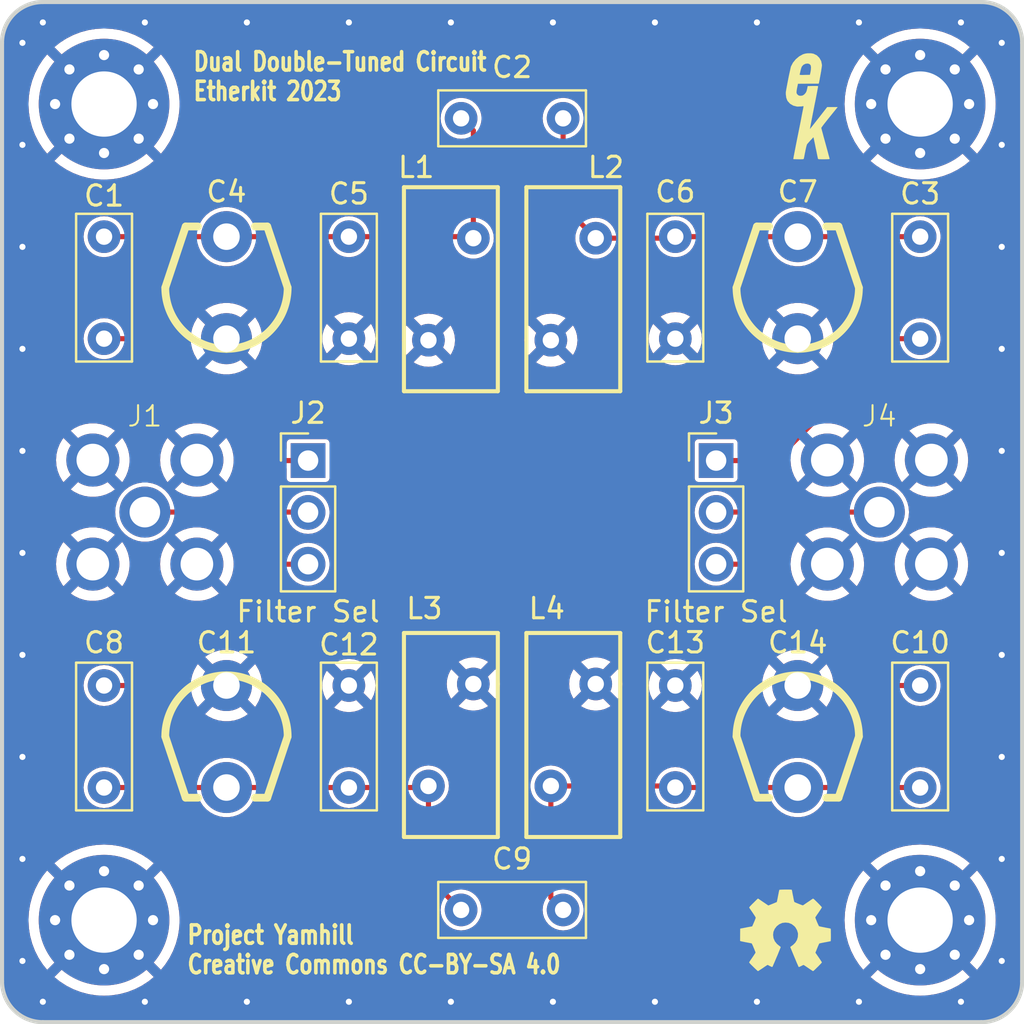
<source format=kicad_pcb>
(kicad_pcb (version 20221018) (generator pcbnew)
  (title_block (title "Project Yamhill") (rev "A") (company "Etherkit"))
  (layers (0 "F.Cu" signal) (31 "B.Cu" signal) (34 "B.Paste" user) (35 "F.Paste" user) (36 "B.SilkS" user "B.Silkscreen") (37 "F.SilkS" user "F.Silkscreen") (38 "B.Mask" user) (39 "F.Mask" user) (44 "Edge.Cuts" user))
  (net 0 "")
  (net 1 "GND")
  (net 2 "Net-(C1-Pad2)")
  (net 3 "Net-(C2-Pad2)")
  (net 4 "Net-(J2-Pin_1)")
  (net 5 "Net-(C11-Pad1)")
  (net 6 "Net-(C10-Pad1)")
  (net 7 "Net-(J2-Pin_3)")
  (net 8 "Net-(J3-Pin_1)")
  (net 9 "Net-(J3-Pin_3)")
  (net 10 "Net-(J1-In)")
  (net 11 "Net-(J3-Pin_2)")
  (footprint "EtherkitKicadLibrary:TRIMCAP-MURATA" (layer "F.Cu") (at 139 86 -90)
    (fp_text reference "C14" (at -4.6 0 -180) (layer "F.SilkS"))
    (fp_text value "C_Trim" hide)
    (fp_line (start 2.99974 -1.99898) (end 0 -2.99974) (stroke (width 0.381)) (layer "F.SilkS"))
    (fp_line (start 2.99974 -1.99898) (end 2.99974 -1.39954) (stroke (width 0.381)) (layer "F.SilkS"))
    (fp_line (start 2.99974 1.99898) (end 0 2.99974) (stroke (width 0.381)) (layer "F.SilkS"))
    (fp_line (start 2.99974 1.99898) (end 2.99974 1.39954) (stroke (width 0.381)) (layer "F.SilkS"))
    (fp_arc (start -2.99974 0) (mid -2.121136 -2.121136) (end 0 -2.99974) (stroke (width 0.381)) (layer "F.SilkS"))
    (fp_arc (start 0 2.99974) (mid -2.121136 2.121136) (end -2.99974 0) (stroke (width 0.381)) (layer "F.SilkS"))
    (pad "1" thru_hole circle (at 2.5 0 270) (size 2.5 2.5) (drill 1.3) (layers "*.Cu" "*.Mask") (net 6 "Net-(C10-Pad1)"))
    (pad "2" thru_hole circle (at -2.5 0 270) (size 2.5 2.5) (drill 1.3) (layers "*.Cu" "*.Mask") (net 1 "GND"))
  )
  (footprint "EtherkitKicadLibrary:T37-V" (layer "F.Cu") (at 122 59.07501 180)
    (fp_text reference "L1" (at 1.7 0.97501) (layer "F.SilkS"))
    (fp_text value "L_Iron" hide)
    (fp_line (start -2.30124 -9.99998) (end -2.30124 0) (stroke (width 0.2)) (layer "F.SilkS"))
    (fp_line (start -2.30124 0) (end 2.30124 0) (stroke (width 0.2)) (layer "F.SilkS"))
    (fp_line (start 2.30124 -9.99998) (end -2.30124 -9.99998) (stroke (width 0.2)) (layer "F.SilkS"))
    (fp_line (start 2.30124 0) (end 2.30124 -9.99998) (stroke (width 0.2)) (layer "F.SilkS"))
    (pad "1" thru_hole circle (at -1.1 -2.5 180) (size 1.6 1.6) (drill 0.8) (layers "*.Cu" "*.Mask") (net 2 "Net-(C1-Pad2)"))
    (pad "2" thru_hole circle (at 1.1 -7.5 180) (size 1.6 1.6) (drill 0.8) (layers "*.Cu" "*.Mask") (net 1 "GND"))
  )
  (footprint "Connector_PinHeader_2.54mm:PinHeader_1x03_P2.54mm_Vertical" (layer "F.Cu") (at 135 72.475)
    (fp_text reference "J3" (at 0 -2.33) (layer "F.SilkS"))
    (fp_text value "Filter Sel" (at 0 7.41) (layer "F.SilkS"))
    (fp_line (start -1.33 -1.33) (end 0 -1.33) (stroke (width 0.12)) (layer "F.SilkS"))
    (fp_line (start -1.33 0) (end -1.33 -1.33) (stroke (width 0.12)) (layer "F.SilkS"))
    (fp_line (start -1.33 1.27) (end -1.33 6.41) (stroke (width 0.12)) (layer "F.SilkS"))
    (fp_line (start -1.33 1.27) (end 1.33 1.27) (stroke (width 0.12)) (layer "F.SilkS"))
    (fp_line (start -1.33 6.41) (end 1.33 6.41) (stroke (width 0.12)) (layer "F.SilkS"))
    (fp_line (start 1.33 1.27) (end 1.33 6.41) (stroke (width 0.12)) (layer "F.SilkS"))
    (pad "1" thru_hole rect (at 0 0) (size 1.7 1.7) (drill 1) (layers "*.Cu" "*.Mask") (net 8 "Net-(J3-Pin_1)"))
    (pad "2" thru_hole oval (at 0 2.54) (size 1.7 1.7) (drill 1) (layers "*.Cu" "*.Mask") (net 11 "Net-(J3-Pin_2)"))
    (pad "3" thru_hole oval (at 0 5.08) (size 1.7 1.7) (drill 1) (layers "*.Cu" "*.Mask") (net 9 "Net-(J3-Pin_3)"))
  )
  (footprint "Capacitor_THT:C_Rect_L7.0mm_W2.5mm_P5.00mm" (layer "F.Cu") (at 133 88.5 90)
    (fp_text reference "C13" (at 7.1 0 180) (layer "F.SilkS"))
    (fp_text value "C")
    (fp_line (start -1.12 -1.37) (end -1.12 1.37) (stroke (width 0.12)) (layer "F.SilkS"))
    (fp_line (start -1.12 -1.37) (end 6.12 -1.37) (stroke (width 0.12)) (layer "F.SilkS"))
    (fp_line (start -1.12 1.37) (end 6.12 1.37) (stroke (width 0.12)) (layer "F.SilkS"))
    (fp_line (start 6.12 -1.37) (end 6.12 1.37) (stroke (width 0.12)) (layer "F.SilkS"))
    (pad "1" thru_hole circle (at 0 0 90) (size 1.6 1.6) (drill 0.8) (layers "*.Cu" "*.Mask") (net 6 "Net-(C10-Pad1)"))
    (pad "2" thru_hole circle (at 5 0 90) (size 1.6 1.6) (drill 0.8) (layers "*.Cu" "*.Mask") (net 1 "GND"))
  )
  (footprint "EtherkitKicadLibrary:TRIMCAP-MURATA" (layer "F.Cu") (at 139 64 90)
    (fp_text reference "C7" (at 4.7 0 180) (layer "F.SilkS"))
    (fp_text value "C_Trim" hide)
    (fp_line (start 2.99974 -1.99898) (end 0 -2.99974) (stroke (width 0.381)) (layer "F.SilkS"))
    (fp_line (start 2.99974 -1.99898) (end 2.99974 -1.39954) (stroke (width 0.381)) (layer "F.SilkS"))
    (fp_line (start 2.99974 1.99898) (end 0 2.99974) (stroke (width 0.381)) (layer "F.SilkS"))
    (fp_line (start 2.99974 1.99898) (end 2.99974 1.39954) (stroke (width 0.381)) (layer "F.SilkS"))
    (fp_arc (start -2.99974 0) (mid -2.121136 -2.121136) (end 0 -2.99974) (stroke (width 0.381)) (layer "F.SilkS"))
    (fp_arc (start 0 2.99974) (mid -2.121136 2.121136) (end -2.99974 0) (stroke (width 0.381)) (layer "F.SilkS"))
    (pad "1" thru_hole circle (at 2.5 0 90) (size 2.5 2.5) (drill 1.3) (layers "*.Cu" "*.Mask") (net 3 "Net-(C2-Pad2)"))
    (pad "2" thru_hole circle (at -2.5 0 90) (size 2.5 2.5) (drill 1.3) (layers "*.Cu" "*.Mask") (net 1 "GND"))
  )
  (footprint "Capacitor_THT:C_Rect_L7.0mm_W2.5mm_P5.00mm" (layer "F.Cu") (at 105 66.5 90)
    (fp_text reference "C1" (at 7 0 180) (layer "F.SilkS"))
    (fp_text value "C")
    (fp_line (start -1.12 -1.37) (end -1.12 1.37) (stroke (width 0.12)) (layer "F.SilkS"))
    (fp_line (start -1.12 -1.37) (end 6.12 -1.37) (stroke (width 0.12)) (layer "F.SilkS"))
    (fp_line (start -1.12 1.37) (end 6.12 1.37) (stroke (width 0.12)) (layer "F.SilkS"))
    (fp_line (start 6.12 -1.37) (end 6.12 1.37) (stroke (width 0.12)) (layer "F.SilkS"))
    (pad "1" thru_hole circle (at 0 0 90) (size 1.6 1.6) (drill 0.8) (layers "*.Cu" "*.Mask") (net 4 "Net-(J2-Pin_1)"))
    (pad "2" thru_hole circle (at 5 0 90) (size 1.6 1.6) (drill 0.8) (layers "*.Cu" "*.Mask") (net 2 "Net-(C1-Pad2)"))
  )
  (footprint "EtherkitKicadLibrary:OSHWLogo4mm" (layer "F.Cu") (at 138.4 95.5)
    (fp_text reference "G***" hide)
    (fp_text value "LOGO" hide)
    (fp_poly (pts (xy -1.34874 1.99898) (xy -1.32588 1.98628) (xy -1.27254 1.95326) (xy -1.19888 1.905) (xy -1.10998 1.84658) (xy -1.02362 1.78562) (xy -0.94996 1.73736) (xy -0.89916 1.70434) (xy -0.87884 1.69418) (xy -0.86614 1.69672) (xy -0.8255 1.71704) (xy -0.76454 1.75006) (xy -0.72898 1.76784) (xy -0.6731 1.7907) (xy -0.64516 1.79578) (xy -0.64008 1.78816) (xy -0.61976 1.74752) (xy -0.58928 1.67386) (xy -0.5461 1.57734) (xy -0.49784 1.46304) (xy -0.44704 1.34112) (xy -0.3937 1.2192) (xy -0.34544 1.09982) (xy -0.30226 0.99314) (xy -0.2667 0.90678) (xy -0.24384 0.84582) (xy -0.23622 0.82042) (xy -0.23876 0.81534) (xy -0.2667 0.7874) (xy -0.31496 0.75184) (xy -0.4191 0.66548) (xy -0.52324 0.53594) (xy -0.58674 0.38862) (xy -0.6096 0.22352) (xy -0.59182 0.07366) (xy -0.53086 -0.07112) (xy -0.42926 -0.2032) (xy -0.3048 -0.29972) (xy -0.16256 -0.36322) (xy 0 -0.38354) (xy 0.15494 -0.36576) (xy 0.30226 -0.30734) (xy 0.43434 -0.20574) (xy 0.49022 -0.14224) (xy 0.56642 -0.01016) (xy 0.6096 0.13208) (xy 0.61468 0.16764) (xy 0.60706 0.32512) (xy 0.56134 0.47498) (xy 0.48006 0.60706) (xy 0.36576 0.71882) (xy 0.35052 0.72898) (xy 0.29718 0.76708) (xy 0.26162 0.79502) (xy 0.23368 0.81788) (xy 0.4318 1.29794) (xy 0.46482 1.37414) (xy 0.51816 1.50368) (xy 0.56642 1.61798) (xy 0.60706 1.70688) (xy 0.63246 1.76784) (xy 0.64516 1.7907) (xy 0.64516 1.79324) (xy 0.66294 1.79578) (xy 0.6985 1.78308) (xy 0.76708 1.75006) (xy 0.81026 1.7272) (xy 0.86106 1.7018) (xy 0.88392 1.69418) (xy 0.90424 1.70434) (xy 0.9525 1.73482) (xy 1.02362 1.78308) (xy 1.10998 1.8415) (xy 1.19126 1.89738) (xy 1.26492 1.94564) (xy 1.3208 1.9812) (xy 1.3462 1.99644) (xy 1.35128 1.99644) (xy 1.37414 1.98374) (xy 1.41732 1.94564) (xy 1.48336 1.88468) (xy 1.5748 1.79324) (xy 1.59004 1.78054) (xy 1.66624 1.7018) (xy 1.7272 1.6383) (xy 1.76784 1.59258) (xy 1.78308 1.56972) (xy 1.77038 1.54432) (xy 1.73482 1.49098) (xy 1.68656 1.41478) (xy 1.6256 1.32588) (xy 1.46558 1.09474) (xy 1.55448 0.8763) (xy 1.57988 0.81026) (xy 1.61544 0.72898) (xy 1.64084 0.6731) (xy 1.65354 0.6477) (xy 1.6764 0.63754) (xy 1.73482 0.62484) (xy 1.82118 0.60706) (xy 1.92532 0.58674) (xy 2.02438 0.56896) (xy 2.11074 0.55118) (xy 2.17678 0.53848) (xy 2.20472 0.5334) (xy 2.21234 0.53086) (xy 2.21742 0.51562) (xy 2.21996 0.48514) (xy 2.2225 0.4318) (xy 2.22504 0.34798) (xy 2.22504 0.22352) (xy 2.22504 0.21082) (xy 2.2225 0.09398) (xy 2.2225 0) (xy 2.21742 -0.05842) (xy 2.21488 -0.08382) (xy 2.18694 -0.0889) (xy 2.12344 -0.10414) (xy 2.03454 -0.11938) (xy 1.9304 -0.1397) (xy 1.92278 -0.14224) (xy 1.81864 -0.16256) (xy 1.72974 -0.18034) (xy 1.66878 -0.19558) (xy 1.64084 -0.2032) (xy 1.63576 -0.21082) (xy 1.61544 -0.25146) (xy 1.58496 -0.3175) (xy 1.5494 -0.39624) (xy 1.51638 -0.48006) (xy 1.4859 -0.55372) (xy 1.46558 -0.6096) (xy 1.4605 -0.635) (xy 1.47574 -0.6604) (xy 1.5113 -0.71374) (xy 1.5621 -0.78994) (xy 1.6256 -0.87884) (xy 1.62814 -0.88646) (xy 1.6891 -0.97536) (xy 1.7399 -1.05156) (xy 1.77038 -1.1049) (xy 1.78308 -1.12776) (xy 1.78308 -1.1303) (xy 1.76276 -1.1557) (xy 1.71704 -1.2065) (xy 1.65354 -1.27508) (xy 1.5748 -1.35382) (xy 1.5494 -1.37922) (xy 1.46304 -1.46304) (xy 1.40462 -1.51892) (xy 1.36652 -1.54686) (xy 1.34874 -1.55448) (xy 1.3208 -1.5367) (xy 1.26492 -1.50114) (xy 1.18872 -1.4478) (xy 1.09728 -1.38684) (xy 1.0922 -1.3843) (xy 1.0033 -1.32334) (xy 0.92964 -1.27254) (xy 0.8763 -1.23698) (xy 0.85344 -1.22428) (xy 0.84836 -1.22428) (xy 0.8128 -1.23444) (xy 0.7493 -1.2573) (xy 0.6731 -1.28778) (xy 0.58928 -1.3208) (xy 0.51562 -1.35128) (xy 0.45974 -1.37668) (xy 0.4318 -1.39192) (xy 0.4318 -1.39446) (xy 0.42164 -1.42494) (xy 0.4064 -1.49098) (xy 0.38862 -1.58242) (xy 0.3683 -1.69164) (xy 0.36322 -1.70942) (xy 0.3429 -1.8161) (xy 0.32766 -1.90246) (xy 0.31496 -1.96342) (xy 0.30734 -1.98882) (xy 0.2921 -1.99136) (xy 0.2413 -1.99644) (xy 0.16256 -1.99898) (xy 0.06604 -1.99898) (xy -0.03302 -1.99898) (xy -0.13208 -1.99644) (xy -0.2159 -1.9939) (xy -0.27432 -1.98882) (xy -0.29972 -1.98374) (xy -0.30226 -1.98374) (xy -0.30988 -1.95072) (xy -0.32512 -1.88468) (xy -0.3429 -1.7907) (xy -0.36576 -1.68148) (xy -0.3683 -1.6637) (xy -0.38862 -1.55702) (xy -0.4064 -1.47066) (xy -0.4191 -1.4097) (xy -0.42672 -1.38684) (xy -0.43434 -1.38176) (xy -0.48006 -1.36398) (xy -0.55118 -1.3335) (xy -0.63754 -1.29794) (xy -0.84074 -1.21666) (xy -1.0922 -1.38684) (xy -1.11506 -1.40208) (xy -1.20396 -1.46304) (xy -1.27762 -1.51384) (xy -1.32842 -1.54686) (xy -1.35128 -1.55702) (xy -1.37668 -1.53416) (xy -1.42748 -1.48844) (xy -1.49352 -1.4224) (xy -1.57226 -1.34366) (xy -1.63068 -1.28778) (xy -1.69926 -1.21666) (xy -1.74498 -1.1684) (xy -1.76784 -1.13792) (xy -1.77546 -1.12014) (xy -1.77292 -1.10744) (xy -1.75768 -1.08204) (xy -1.72212 -1.0287) (xy -1.66878 -0.9525) (xy -1.60782 -0.8636) (xy -1.55956 -0.78994) (xy -1.50368 -0.70612) (xy -1.46812 -0.64516) (xy -1.45796 -0.61722) (xy -1.4605 -0.60452) (xy -1.47828 -0.55626) (xy -1.50622 -0.4826) (xy -1.54432 -0.3937) (xy -1.63068 -0.19558) (xy -1.76022 -0.17018) (xy -1.83896 -0.15748) (xy -1.95072 -0.13462) (xy -2.05486 -0.1143) (xy -2.21996 -0.08382) (xy -2.22504 0.51816) (xy -2.19964 0.52832) (xy -2.17424 0.53594) (xy -2.11328 0.54864) (xy -2.02692 0.56642) (xy -1.92532 0.58674) (xy -1.83896 0.60198) (xy -1.75006 0.61976) (xy -1.68656 0.63246) (xy -1.65862 0.63754) (xy -1.651 0.6477) (xy -1.63068 0.68834) (xy -1.59766 0.75692) (xy -1.56464 0.8382) (xy -1.52908 0.92202) (xy -1.4986 1.00076) (xy -1.47574 1.05918) (xy -1.46812 1.0922) (xy -1.48082 1.11506) (xy -1.51384 1.16586) (xy -1.5621 1.23952) (xy -1.62052 1.32588) (xy -1.68148 1.41478) (xy -1.73228 1.48844) (xy -1.7653 1.54178) (xy -1.78054 1.56718) (xy -1.77292 1.58496) (xy -1.7399 1.6256) (xy -1.67386 1.69418) (xy -1.5748 1.7907) (xy -1.55956 1.80594) (xy -1.48082 1.88214) (xy -1.41478 1.9431) (xy -1.36906 1.98374) (xy -1.34874 1.99898)) (stroke (width 0.00254)) (fill solid) (layer "F.SilkS"))
  )
  (footprint "MountingHole:MountingHole_3.2mm_M3_Pad_Via" (layer "F.Cu") (at 105 55)
    (fp_text reference "H2" hide)
    (fp_text value "MountingHole_Pad" hide)
    (pad "1" thru_hole circle (at -2.4 0) (size 0.8 0.8) (drill 0.5) (layers "*.Cu" "*.Mask") (net 1 "GND"))
    (pad "1" thru_hole circle (at -1.697056 -1.697056) (size 0.8 0.8) (drill 0.5) (layers "*.Cu" "*.Mask") (net 1 "GND"))
    (pad "1" thru_hole circle (at -1.697056 1.697056) (size 0.8 0.8) (drill 0.5) (layers "*.Cu" "*.Mask") (net 1 "GND"))
    (pad "1" thru_hole circle (at 0 -2.4) (size 0.8 0.8) (drill 0.5) (layers "*.Cu" "*.Mask") (net 1 "GND"))
    (pad "1" thru_hole circle (at 0 0) (size 6.4 6.4) (drill 3.2) (layers "*.Cu" "*.Mask") (net 1 "GND"))
    (pad "1" thru_hole circle (at 0 2.4) (size 0.8 0.8) (drill 0.5) (layers "*.Cu" "*.Mask") (net 1 "GND"))
    (pad "1" thru_hole circle (at 1.697056 -1.697056) (size 0.8 0.8) (drill 0.5) (layers "*.Cu" "*.Mask") (net 1 "GND"))
    (pad "1" thru_hole circle (at 1.697056 1.697056) (size 0.8 0.8) (drill 0.5) (layers "*.Cu" "*.Mask") (net 1 "GND"))
    (pad "1" thru_hole circle (at 2.4 0) (size 0.8 0.8) (drill 0.5) (layers "*.Cu" "*.Mask") (net 1 "GND"))
  )
  (footprint "Connector_PinHeader_2.54mm:PinHeader_1x03_P2.54mm_Vertical" (layer "F.Cu") (at 115 72.475)
    (fp_text reference "J2" (at 0 -2.33) (layer "F.SilkS"))
    (fp_text value "Filter Sel" (at 0 7.41) (layer "F.SilkS"))
    (fp_line (start -1.33 -1.33) (end 0 -1.33) (stroke (width 0.12)) (layer "F.SilkS"))
    (fp_line (start -1.33 0) (end -1.33 -1.33) (stroke (width 0.12)) (layer "F.SilkS"))
    (fp_line (start -1.33 1.27) (end -1.33 6.41) (stroke (width 0.12)) (layer "F.SilkS"))
    (fp_line (start -1.33 1.27) (end 1.33 1.27) (stroke (width 0.12)) (layer "F.SilkS"))
    (fp_line (start -1.33 6.41) (end 1.33 6.41) (stroke (width 0.12)) (layer "F.SilkS"))
    (fp_line (start 1.33 1.27) (end 1.33 6.41) (stroke (width 0.12)) (layer "F.SilkS"))
    (pad "1" thru_hole rect (at 0 0) (size 1.7 1.7) (drill 1) (layers "*.Cu" "*.Mask") (net 4 "Net-(J2-Pin_1)"))
    (pad "2" thru_hole oval (at 0 2.54) (size 1.7 1.7) (drill 1) (layers "*.Cu" "*.Mask") (net 10 "Net-(J1-In)"))
    (pad "3" thru_hole oval (at 0 5.08) (size 1.7 1.7) (drill 1) (layers "*.Cu" "*.Mask") (net 7 "Net-(J2-Pin_3)"))
  )
  (footprint "EtherkitKicadLibrary:TRIMCAP-MURATA" (layer "F.Cu") (at 111 86 -90)
    (fp_text reference "C11" (at -4.6 0) (layer "F.SilkS"))
    (fp_text value "C_Trim" hide)
    (fp_line (start 2.99974 -1.99898) (end 0 -2.99974) (stroke (width 0.381)) (layer "F.SilkS"))
    (fp_line (start 2.99974 -1.99898) (end 2.99974 -1.39954) (stroke (width 0.381)) (layer "F.SilkS"))
    (fp_line (start 2.99974 1.99898) (end 0 2.99974) (stroke (width 0.381)) (layer "F.SilkS"))
    (fp_line (start 2.99974 1.99898) (end 2.99974 1.39954) (stroke (width 0.381)) (layer "F.SilkS"))
    (fp_arc (start -2.99974 0) (mid -2.121136 -2.121136) (end 0 -2.99974) (stroke (width 0.381)) (layer "F.SilkS"))
    (fp_arc (start 0 2.99974) (mid -2.121136 2.121136) (end -2.99974 0) (stroke (width 0.381)) (layer "F.SilkS"))
    (pad "1" thru_hole circle (at 2.5 0 270) (size 2.5 2.5) (drill 1.3) (layers "*.Cu" "*.Mask") (net 5 "Net-(C11-Pad1)"))
    (pad "2" thru_hole circle (at -2.5 0 270) (size 2.5 2.5) (drill 1.3) (layers "*.Cu" "*.Mask") (net 1 "GND"))
  )
  (footprint "Capacitor_THT:C_Rect_L7.0mm_W2.5mm_P5.00mm" (layer "F.Cu") (at 145 88.5 90)
    (fp_text reference "C10" (at 7.1 0 180) (layer "F.SilkS"))
    (fp_text value "C")
    (fp_line (start -1.12 -1.37) (end -1.12 1.37) (stroke (width 0.12)) (layer "F.SilkS"))
    (fp_line (start -1.12 -1.37) (end 6.12 -1.37) (stroke (width 0.12)) (layer "F.SilkS"))
    (fp_line (start -1.12 1.37) (end 6.12 1.37) (stroke (width 0.12)) (layer "F.SilkS"))
    (fp_line (start 6.12 -1.37) (end 6.12 1.37) (stroke (width 0.12)) (layer "F.SilkS"))
    (pad "1" thru_hole circle (at 0 0 90) (size 1.6 1.6) (drill 0.8) (layers "*.Cu" "*.Mask") (net 6 "Net-(C10-Pad1)"))
    (pad "2" thru_hole circle (at 5 0 90) (size 1.6 1.6) (drill 0.8) (layers "*.Cu" "*.Mask") (net 9 "Net-(J3-Pin_3)"))
  )
  (footprint "EtherkitKicadLibrary:TRIMCAP-MURATA" (layer "F.Cu") (at 111 64 90)
    (fp_text reference "C4" (at 4.7 0 180) (layer "F.SilkS"))
    (fp_text value "C_Trim" hide)
    (fp_line (start 2.99974 -1.99898) (end 0 -2.99974) (stroke (width 0.381)) (layer "F.SilkS"))
    (fp_line (start 2.99974 -1.99898) (end 2.99974 -1.39954) (stroke (width 0.381)) (layer "F.SilkS"))
    (fp_line (start 2.99974 1.99898) (end 0 2.99974) (stroke (width 0.381)) (layer "F.SilkS"))
    (fp_line (start 2.99974 1.99898) (end 2.99974 1.39954) (stroke (width 0.381)) (layer "F.SilkS"))
    (fp_arc (start -2.99974 0) (mid -2.121136 -2.121136) (end 0 -2.99974) (stroke (width 0.381)) (layer "F.SilkS"))
    (fp_arc (start 0 2.99974) (mid -2.121136 2.121136) (end -2.99974 0) (stroke (width 0.381)) (layer "F.SilkS"))
    (pad "1" thru_hole circle (at 2.5 0 90) (size 2.5 2.5) (drill 1.3) (layers "*.Cu" "*.Mask") (net 2 "Net-(C1-Pad2)"))
    (pad "2" thru_hole circle (at -2.5 0 90) (size 2.5 2.5) (drill 1.3) (layers "*.Cu" "*.Mask") (net 1 "GND"))
  )
  (footprint "Capacitor_THT:C_Rect_L7.0mm_W2.5mm_P5.00mm" (layer "F.Cu") (at 122.5 55.7)
    (fp_text reference "C2" (at 2.5 -2.5) (layer "F.SilkS"))
    (fp_text value "C")
    (fp_line (start -1.12 -1.37) (end -1.12 1.37) (stroke (width 0.12)) (layer "F.SilkS"))
    (fp_line (start -1.12 -1.37) (end 6.12 -1.37) (stroke (width 0.12)) (layer "F.SilkS"))
    (fp_line (start -1.12 1.37) (end 6.12 1.37) (stroke (width 0.12)) (layer "F.SilkS"))
    (fp_line (start 6.12 -1.37) (end 6.12 1.37) (stroke (width 0.12)) (layer "F.SilkS"))
    (pad "1" thru_hole circle (at 0 0) (size 1.6 1.6) (drill 0.8) (layers "*.Cu" "*.Mask") (net 2 "Net-(C1-Pad2)"))
    (pad "2" thru_hole circle (at 5 0) (size 1.6 1.6) (drill 0.8) (layers "*.Cu" "*.Mask") (net 3 "Net-(C2-Pad2)"))
  )
  (footprint "MountingHole:MountingHole_3.2mm_M3_Pad_Via" (layer "F.Cu") (at 145 55)
    (fp_text reference "H1" hide)
    (fp_text value "MountingHole_Pad" hide)
    (pad "1" thru_hole circle (at -2.4 0) (size 0.8 0.8) (drill 0.5) (layers "*.Cu" "*.Mask") (net 1 "GND"))
    (pad "1" thru_hole circle (at -1.697056 -1.697056) (size 0.8 0.8) (drill 0.5) (layers "*.Cu" "*.Mask") (net 1 "GND"))
    (pad "1" thru_hole circle (at -1.697056 1.697056) (size 0.8 0.8) (drill 0.5) (layers "*.Cu" "*.Mask") (net 1 "GND"))
    (pad "1" thru_hole circle (at 0 -2.4) (size 0.8 0.8) (drill 0.5) (layers "*.Cu" "*.Mask") (net 1 "GND"))
    (pad "1" thru_hole circle (at 0 0) (size 6.4 6.4) (drill 3.2) (layers "*.Cu" "*.Mask") (net 1 "GND"))
    (pad "1" thru_hole circle (at 0 2.4) (size 0.8 0.8) (drill 0.5) (layers "*.Cu" "*.Mask") (net 1 "GND"))
    (pad "1" thru_hole circle (at 1.697056 -1.697056) (size 0.8 0.8) (drill 0.5) (layers "*.Cu" "*.Mask") (net 1 "GND"))
    (pad "1" thru_hole circle (at 1.697056 1.697056) (size 0.8 0.8) (drill 0.5) (layers "*.Cu" "*.Mask") (net 1 "GND"))
    (pad "1" thru_hole circle (at 2.4 0) (size 0.8 0.8) (drill 0.5) (layers "*.Cu" "*.Mask") (net 1 "GND"))
  )
  (footprint "Capacitor_THT:C_Rect_L7.0mm_W2.5mm_P5.00mm" (layer "F.Cu") (at 105 83.5 -90)
    (fp_text reference "C8" (at -2.1 0) (layer "F.SilkS"))
    (fp_text value "C")
    (fp_line (start -1.12 -1.37) (end -1.12 1.37) (stroke (width 0.12)) (layer "F.SilkS"))
    (fp_line (start -1.12 -1.37) (end 6.12 -1.37) (stroke (width 0.12)) (layer "F.SilkS"))
    (fp_line (start -1.12 1.37) (end 6.12 1.37) (stroke (width 0.12)) (layer "F.SilkS"))
    (fp_line (start 6.12 -1.37) (end 6.12 1.37) (stroke (width 0.12)) (layer "F.SilkS"))
    (pad "1" thru_hole circle (at 0 0 270) (size 1.6 1.6) (drill 0.8) (layers "*.Cu" "*.Mask") (net 7 "Net-(J2-Pin_3)"))
    (pad "2" thru_hole circle (at 5 0 270) (size 1.6 1.6) (drill 0.8) (layers "*.Cu" "*.Mask") (net 5 "Net-(C11-Pad1)"))
  )
  (footprint "MountingHole:MountingHole_3.2mm_M3_Pad_Via" (layer "F.Cu") (at 145 95)
    (fp_text reference "H3" hide)
    (fp_text value "MountingHole_Pad" hide)
    (pad "1" thru_hole circle (at -2.4 0) (size 0.8 0.8) (drill 0.5) (layers "*.Cu" "*.Mask") (net 1 "GND"))
    (pad "1" thru_hole circle (at -1.697056 -1.697056) (size 0.8 0.8) (drill 0.5) (layers "*.Cu" "*.Mask") (net 1 "GND"))
    (pad "1" thru_hole circle (at -1.697056 1.697056) (size 0.8 0.8) (drill 0.5) (layers "*.Cu" "*.Mask") (net 1 "GND"))
    (pad "1" thru_hole circle (at 0 -2.4) (size 0.8 0.8) (drill 0.5) (layers "*.Cu" "*.Mask") (net 1 "GND"))
    (pad "1" thru_hole circle (at 0 0) (size 6.4 6.4) (drill 3.2) (layers "*.Cu" "*.Mask") (net 1 "GND"))
    (pad "1" thru_hole circle (at 0 2.4) (size 0.8 0.8) (drill 0.5) (layers "*.Cu" "*.Mask") (net 1 "GND"))
    (pad "1" thru_hole circle (at 1.697056 -1.697056) (size 0.8 0.8) (drill 0.5) (layers "*.Cu" "*.Mask") (net 1 "GND"))
    (pad "1" thru_hole circle (at 1.697056 1.697056) (size 0.8 0.8) (drill 0.5) (layers "*.Cu" "*.Mask") (net 1 "GND"))
    (pad "1" thru_hole circle (at 2.4 0) (size 0.8 0.8) (drill 0.5) (layers "*.Cu" "*.Mask") (net 1 "GND"))
  )
  (footprint "Capacitor_THT:C_Rect_L7.0mm_W2.5mm_P5.00mm" (layer "F.Cu") (at 117 61.5 -90)
    (fp_text reference "C5" (at -2.1 0) (layer "F.SilkS"))
    (fp_text value "C")
    (fp_line (start -1.12 -1.37) (end -1.12 1.37) (stroke (width 0.12)) (layer "F.SilkS"))
    (fp_line (start -1.12 -1.37) (end 6.12 -1.37) (stroke (width 0.12)) (layer "F.SilkS"))
    (fp_line (start -1.12 1.37) (end 6.12 1.37) (stroke (width 0.12)) (layer "F.SilkS"))
    (fp_line (start 6.12 -1.37) (end 6.12 1.37) (stroke (width 0.12)) (layer "F.SilkS"))
    (pad "1" thru_hole circle (at 0 0 270) (size 1.6 1.6) (drill 0.8) (layers "*.Cu" "*.Mask") (net 2 "Net-(C1-Pad2)"))
    (pad "2" thru_hole circle (at 5 0 270) (size 1.6 1.6) (drill 0.8) (layers "*.Cu" "*.Mask") (net 1 "GND"))
  )
  (footprint "MountingHole:MountingHole_3.2mm_M3_Pad_Via" (layer "F.Cu") (at 105 95)
    (fp_text reference "H4" hide)
    (fp_text value "MountingHole_Pad" hide)
    (pad "1" thru_hole circle (at -2.4 0) (size 0.8 0.8) (drill 0.5) (layers "*.Cu" "*.Mask") (net 1 "GND"))
    (pad "1" thru_hole circle (at -1.697056 -1.697056) (size 0.8 0.8) (drill 0.5) (layers "*.Cu" "*.Mask") (net 1 "GND"))
    (pad "1" thru_hole circle (at -1.697056 1.697056) (size 0.8 0.8) (drill 0.5) (layers "*.Cu" "*.Mask") (net 1 "GND"))
    (pad "1" thru_hole circle (at 0 -2.4) (size 0.8 0.8) (drill 0.5) (layers "*.Cu" "*.Mask") (net 1 "GND"))
    (pad "1" thru_hole circle (at 0 0) (size 6.4 6.4) (drill 3.2) (layers "*.Cu" "*.Mask") (net 1 "GND"))
    (pad "1" thru_hole circle (at 0 2.4) (size 0.8 0.8) (drill 0.5) (layers "*.Cu" "*.Mask") (net 1 "GND"))
    (pad "1" thru_hole circle (at 1.697056 -1.697056) (size 0.8 0.8) (drill 0.5) (layers "*.Cu" "*.Mask") (net 1 "GND"))
    (pad "1" thru_hole circle (at 1.697056 1.697056) (size 0.8 0.8) (drill 0.5) (layers "*.Cu" "*.Mask") (net 1 "GND"))
    (pad "1" thru_hole circle (at 2.4 0) (size 0.8 0.8) (drill 0.5) (layers "*.Cu" "*.Mask") (net 1 "GND"))
  )
  (footprint "Capacitor_THT:C_Rect_L7.0mm_W2.5mm_P5.00mm" (layer "F.Cu") (at 122.5 94.5)
    (fp_text reference "C9" (at 2.5 -2.5) (layer "F.SilkS"))
    (fp_text value "C")
    (fp_line (start -1.12 -1.37) (end -1.12 1.37) (stroke (width 0.12)) (layer "F.SilkS"))
    (fp_line (start -1.12 -1.37) (end 6.12 -1.37) (stroke (width 0.12)) (layer "F.SilkS"))
    (fp_line (start -1.12 1.37) (end 6.12 1.37) (stroke (width 0.12)) (layer "F.SilkS"))
    (fp_line (start 6.12 -1.37) (end 6.12 1.37) (stroke (width 0.12)) (layer "F.SilkS"))
    (pad "1" thru_hole circle (at 0 0) (size 1.6 1.6) (drill 0.8) (layers "*.Cu" "*.Mask") (net 5 "Net-(C11-Pad1)"))
    (pad "2" thru_hole circle (at 5 0) (size 1.6 1.6) (drill 0.8) (layers "*.Cu" "*.Mask") (net 6 "Net-(C10-Pad1)"))
  )
  (footprint "EtherkitKicadLibrary:SMA_Jack_Vertical" (layer "F.Cu") (at 143 75)
    (fp_text reference "J4" (at 0 -4.7 unlocked) (layer "F.SilkS") (effects (font (thickness 0.1))))
    (fp_text value "SMA" hide)
    (pad "1" thru_hole circle (at 0 0) (size 2.5 2.5) (drill 1.5) (layers "*.Cu" "*.Mask") (net 11 "Net-(J3-Pin_2)"))
    (pad "2" thru_hole circle (at -2.55 -2.55) (size 2.6 2.6) (drill 1.6) (layers "*.Cu" "*.Mask") (net 1 "GND"))
    (pad "2" thru_hole circle (at -2.55 2.55) (size 2.6 2.6) (drill 1.6) (layers "*.Cu" "*.Mask") (net 1 "GND"))
    (pad "2" thru_hole circle (at 2.55 -2.55) (size 2.6 2.6) (drill 1.6) (layers "*.Cu" "*.Mask") (net 1 "GND"))
    (pad "2" thru_hole circle (at 2.55 2.55) (size 2.6 2.6) (drill 1.6) (layers "*.Cu" "*.Mask") (net 1 "GND"))
  )
  (footprint "EtherkitKicadLibrary:T37-V" (layer "F.Cu") (at 122 90.92499)
    (fp_text reference "L3" (at -1.3 -11.2 180) (layer "F.SilkS"))
    (fp_text value "L_Iron" hide)
    (fp_line (start -2.30124 -9.99998) (end -2.30124 0) (stroke (width 0.2)) (layer "F.SilkS"))
    (fp_line (start -2.30124 0) (end 2.30124 0) (stroke (width 0.2)) (layer "F.SilkS"))
    (fp_line (start 2.30124 -9.99998) (end -2.30124 -9.99998) (stroke (width 0.2)) (layer "F.SilkS"))
    (fp_line (start 2.30124 0) (end 2.30124 -9.99998) (stroke (width 0.2)) (layer "F.SilkS"))
    (pad "1" thru_hole circle (at -1.1 -2.5) (size 1.6 1.6) (drill 0.8) (layers "*.Cu" "*.Mask") (net 5 "Net-(C11-Pad1)"))
    (pad "2" thru_hole circle (at 1.1 -7.5) (size 1.6 1.6) (drill 0.8) (layers "*.Cu" "*.Mask") (net 1 "GND"))
  )
  (footprint "Capacitor_THT:C_Rect_L7.0mm_W2.5mm_P5.00mm" (layer "F.Cu") (at 117 88.5 90)
    (fp_text reference "C12" (at 7 0 180) (layer "F.SilkS"))
    (fp_text value "C")
    (fp_line (start -1.12 -1.37) (end -1.12 1.37) (stroke (width 0.12)) (layer "F.SilkS"))
    (fp_line (start -1.12 -1.37) (end 6.12 -1.37) (stroke (width 0.12)) (layer "F.SilkS"))
    (fp_line (start -1.12 1.37) (end 6.12 1.37) (stroke (width 0.12)) (layer "F.SilkS"))
    (fp_line (start 6.12 -1.37) (end 6.12 1.37) (stroke (width 0.12)) (layer "F.SilkS"))
    (pad "1" thru_hole circle (at 0 0 90) (size 1.6 1.6) (drill 0.8) (layers "*.Cu" "*.Mask") (net 5 "Net-(C11-Pad1)"))
    (pad "2" thru_hole circle (at 5 0 90) (size 1.6 1.6) (drill 0.8) (layers "*.Cu" "*.Mask") (net 1 "GND"))
  )
  (footprint "Capacitor_THT:C_Rect_L7.0mm_W2.5mm_P5.00mm" (layer "F.Cu") (at 145 61.5 -90)
    (fp_text reference "C3" (at -2.1 0) (layer "F.SilkS"))
    (fp_text value "C")
    (fp_line (start -1.12 -1.37) (end -1.12 1.37) (stroke (width 0.12)) (layer "F.SilkS"))
    (fp_line (start -1.12 -1.37) (end 6.12 -1.37) (stroke (width 0.12)) (layer "F.SilkS"))
    (fp_line (start -1.12 1.37) (end 6.12 1.37) (stroke (width 0.12)) (layer "F.SilkS"))
    (fp_line (start 6.12 -1.37) (end 6.12 1.37) (stroke (width 0.12)) (layer "F.SilkS"))
    (pad "1" thru_hole circle (at 0 0 270) (size 1.6 1.6) (drill 0.8) (layers "*.Cu" "*.Mask") (net 3 "Net-(C2-Pad2)"))
    (pad "2" thru_hole circle (at 5 0 270) (size 1.6 1.6) (drill 0.8) (layers "*.Cu" "*.Mask") (net 8 "Net-(J3-Pin_1)"))
  )
  (footprint "EtherkitKicadLibrary:T37-V" (layer "F.Cu") (at 128 90.92499)
    (fp_text reference "L4" (at -1.3 -11.2 180) (layer "F.SilkS"))
    (fp_text value "L_Iron" hide)
    (fp_line (start -2.30124 -9.99998) (end -2.30124 0) (stroke (width 0.2)) (layer "F.SilkS"))
    (fp_line (start -2.30124 0) (end 2.30124 0) (stroke (width 0.2)) (layer "F.SilkS"))
    (fp_line (start 2.30124 -9.99998) (end -2.30124 -9.99998) (stroke (width 0.2)) (layer "F.SilkS"))
    (fp_line (start 2.30124 0) (end 2.30124 -9.99998) (stroke (width 0.2)) (layer "F.SilkS"))
    (pad "1" thru_hole circle (at -1.1 -2.5) (size 1.6 1.6) (drill 0.8) (layers "*.Cu" "*.Mask") (net 6 "Net-(C10-Pad1)"))
    (pad "2" thru_hole circle (at 1.1 -7.5) (size 1.6 1.6) (drill 0.8) (layers "*.Cu" "*.Mask") (net 1 "GND"))
  )
  (footprint "Capacitor_THT:C_Rect_L7.0mm_W2.5mm_P5.00mm" (layer "F.Cu") (at 133 61.5 -90)
    (fp_text reference "C6" (at -2.2 0 -180) (layer "F.SilkS"))
    (fp_text value "C")
    (fp_line (start -1.12 -1.37) (end -1.12 1.37) (stroke (width 0.12)) (layer "F.SilkS"))
    (fp_line (start -1.12 -1.37) (end 6.12 -1.37) (stroke (width 0.12)) (layer "F.SilkS"))
    (fp_line (start -1.12 1.37) (end 6.12 1.37) (stroke (width 0.12)) (layer "F.SilkS"))
    (fp_line (start 6.12 -1.37) (end 6.12 1.37) (stroke (width 0.12)) (layer "F.SilkS"))
    (pad "1" thru_hole circle (at 0 0 270) (size 1.6 1.6) (drill 0.8) (layers "*.Cu" "*.Mask") (net 3 "Net-(C2-Pad2)"))
    (pad "2" thru_hole circle (at 5 0 270) (size 1.6 1.6) (drill 0.8) (layers "*.Cu" "*.Mask") (net 1 "GND"))
  )
  (footprint "EtherkitKicadLibrary:SMA_Jack_Vertical" (layer "F.Cu") (at 107 75)
    (fp_text reference "J1" (at 0 -4.7 unlocked) (layer "F.SilkS") (effects (font (thickness 0.1))))
    (fp_text value "SMA" hide)
    (pad "1" thru_hole circle (at 0 0) (size 2.5 2.5) (drill 1.5) (layers "*.Cu" "*.Mask") (net 10 "Net-(J1-In)"))
    (pad "2" thru_hole circle (at -2.55 -2.55) (size 2.6 2.6) (drill 1.6) (layers "*.Cu" "*.Mask") (net 1 "GND"))
    (pad "2" thru_hole circle (at -2.55 2.55) (size 2.6 2.6) (drill 1.6) (layers "*.Cu" "*.Mask") (net 1 "GND"))
    (pad "2" thru_hole circle (at 2.55 -2.55) (size 2.6 2.6) (drill 1.6) (layers "*.Cu" "*.Mask") (net 1 "GND"))
    (pad "2" thru_hole circle (at 2.55 2.55) (size 2.6 2.6) (drill 1.6) (layers "*.Cu" "*.Mask") (net 1 "GND"))
  )
  (footprint "EtherkitKicadLibrary:EtherkitLogoSmall" (layer "F.Cu") (at 139.7 55.1)
    (fp_text reference "Ref**" hide)
    (fp_text value "Val**" hide)
    (fp_poly (pts (xy 0.58166 2.60604) (xy 0.6223 2.60604) (xy 0.7493 2.6035) (xy 0.83312 2.59842) (xy 0.8636 2.5908) (xy 0.85852 2.57048) (xy 0.84074 2.49936) (xy 0.80772 2.37998) (xy 0.76708 2.22504) (xy 0.71628 2.03962) (xy 0.61722 1.67894) (xy 0.56388 1.48844) (xy 0.5207 1.3208) (xy 0.48514 1.19126) (xy 0.46228 1.10236) (xy 0.45466 1.0668) (xy 0.45466 1.06426) (xy 0.4826 1.02362) (xy 0.54102 0.94234) (xy 0.62738 0.83058) (xy 0.73406 0.69596) (xy 0.85598 0.54356) (xy 1.2573 0.04826) (xy 0.74422 0.04826) (xy 0.32258 0.58928) (xy 0.2667 0.65786) (xy 0.14986 0.80772) (xy 0.04826 0.93726) (xy -0.03302 1.03886) (xy -0.08382 1.10236) (xy -0.10414 1.12522) (xy -0.1016 1.10998) (xy -0.0889 1.03886) (xy -0.06604 0.91948) (xy -0.03556 0.75946) (xy 0.00254 0.56134) (xy 0.04572 0.33782) (xy 0.09398 0.09398) (xy 0.127 -0.07874) (xy 0.17526 -0.31242) (xy 0.2159 -0.5207) (xy 0.24892 -0.6985) (xy 0.27432 -0.83566) (xy 0.2921 -0.92456) (xy 0.29718 -0.96266) (xy 0.29718 -0.97028) (xy 0.28448 -0.98044) (xy 0.24638 -0.98552) (xy 0.17018 -0.98552) (xy 0.04318 -0.98552) (xy -0.21082 -0.98044) (xy -0.23622 -0.85598) (xy -0.26416 -0.73914) (xy -0.3048 -0.65532) (xy -0.36322 -0.58674) (xy -0.40386 -0.55118) (xy -0.47498 -0.51308) (xy -0.56388 -0.50292) (xy -0.56896 -0.50292) (xy -0.64008 -0.51308) (xy -0.6985 -0.55118) (xy -0.70866 -0.56134) (xy -0.74676 -0.6096) (xy -0.762 -0.66802) (xy -0.75438 -0.75946) (xy -0.73152 -0.89408) (xy -0.7112 -0.98552) (xy -0.69596 -1.06172) (xy -0.69088 -1.0922) (xy -0.67564 -1.09474) (xy -0.6096 -1.09474) (xy -0.53594 -1.09728) (xy -0.53594 -1.524) (xy -0.58674 -1.52908) (xy -0.60452 -1.5367) (xy -0.60706 -1.5494) (xy -0.60198 -1.56464) (xy -0.58674 -1.63068) (xy -0.56642 -1.72466) (xy -0.55626 -1.7653) (xy -0.52832 -1.86436) (xy -0.50038 -1.93294) (xy -0.49276 -1.94564) (xy -0.42164 -2.02438) (xy -0.32512 -2.07264) (xy -0.22098 -2.08788) (xy -0.13208 -2.06756) (xy -0.06858 -2.0066) (xy -0.06604 -2.00152) (xy -0.04826 -1.91262) (xy -0.05334 -1.78816) (xy -0.0762 -1.64846) (xy -0.10414 -1.53162) (xy -0.35814 -1.52654) (xy -0.44196 -1.524) (xy -0.53594 -1.524) (xy -0.53594 -1.09728) (xy -0.49784 -1.09728) (xy -0.35306 -1.09728) (xy -0.18034 -1.09982) (xy 0.32766 -1.09982) (xy 0.33782 -1.13538) (xy 0.34036 -1.143) (xy 0.36322 -1.24968) (xy 0.38862 -1.38938) (xy 0.41656 -1.54178) (xy 0.4445 -1.69418) (xy 0.46482 -1.8288) (xy 0.48006 -1.93548) (xy 0.48768 -1.9939) (xy 0.48514 -2.02438) (xy 0.44958 -2.20472) (xy 0.36068 -2.3622) (xy 0.23368 -2.4892) (xy 0.07366 -2.5654) (xy 0.05588 -2.57048) (xy -0.0635 -2.58826) (xy -0.2032 -2.58826) (xy -0.32766 -2.57302) (xy -0.44704 -2.53746) (xy -0.62992 -2.43586) (xy -0.79756 -2.29362) (xy -0.93472 -2.12598) (xy -1.0287 -1.94564) (xy -1.03632 -1.92278) (xy -1.05664 -1.83388) (xy -1.08458 -1.70434) (xy -1.12014 -1.54686) (xy -1.1557 -1.3716) (xy -1.19126 -1.19126) (xy -1.22428 -1.01854) (xy -1.25222 -0.86868) (xy -1.27254 -0.75184) (xy -1.2827 -0.68072) (xy -1.2827 -0.57912) (xy -1.26238 -0.41402) (xy -1.21158 -0.27686) (xy -1.19126 -0.24384) (xy -1.07442 -0.1143) (xy -0.91694 -0.02286) (xy -0.73406 0.02286) (xy -0.53848 0.01778) (xy -0.51562 0.01524) (xy -0.4445 0.00508) (xy -0.41402 0.00508) (xy -0.41402 0.0127) (xy -0.42418 0.07366) (xy -0.44704 0.18542) (xy -0.47752 0.34036) (xy -0.51562 0.53848) (xy -0.5588 0.76708) (xy -0.6096 1.02108) (xy -0.69342 1.43764) (xy -0.74676 1.7018) (xy -0.79502 1.94564) (xy -0.83566 2.159) (xy -0.87122 2.33934) (xy -0.89662 2.47396) (xy -0.91186 2.56286) (xy -0.9144 2.59334) (xy -0.91186 2.59588) (xy -0.86614 2.60096) (xy -0.77724 2.6035) (xy -0.65786 2.60604) (xy -0.55372 2.60604) (xy -0.4699 2.6035) (xy -0.42672 2.59842) (xy -0.4064 2.58826) (xy -0.40132 2.57048) (xy -0.39624 2.54508) (xy -0.37846 2.46634) (xy -0.35814 2.35204) (xy -0.3302 2.21488) (xy -0.32258 2.17424) (xy -0.28702 2.01168) (xy -0.25908 1.91008) (xy -0.23876 1.86182) (xy -0.2286 1.85166) (xy -0.1524 1.7653) (xy -0.07366 1.6764) (xy 0 1.6002) (xy 0.0508 1.54686) (xy 0.07112 1.52654) (xy 0.0762 1.54178) (xy 0.09144 1.60782) (xy 0.1143 1.71958) (xy 0.14478 1.86436) (xy 0.1778 2.032) (xy 0.2032 2.14884) (xy 0.23622 2.30632) (xy 0.26162 2.4384) (xy 0.28194 2.52984) (xy 0.28956 2.57048) (xy 0.2921 2.57302) (xy 0.29718 2.58826) (xy 0.3175 2.59842) (xy 0.36322 2.6035) (xy 0.44704 2.60604) (xy 0.58166 2.60604)) (stroke (width 0.00254)) (fill solid) (layer "F.SilkS"))
  )
  (footprint "EtherkitKicadLibrary:T37-V" (layer "F.Cu") (at 128 59.07501 180)
    (fp_text reference "L2" (at -1.6 0.97501) (layer "F.SilkS"))
    (fp_text value "L_Iron" hide)
    (fp_line (start -2.30124 -9.99998) (end -2.30124 0) (stroke (width 0.2)) (layer "F.SilkS"))
    (fp_line (start -2.30124 0) (end 2.30124 0) (stroke (width 0.2)) (layer "F.SilkS"))
    (fp_line (start 2.30124 -9.99998) (end -2.30124 -9.99998) (stroke (width 0.2)) (layer "F.SilkS"))
    (fp_line (start 2.30124 0) (end 2.30124 -9.99998) (stroke (width 0.2)) (layer "F.SilkS"))
    (pad "1" thru_hole circle (at -1.1 -2.5 180) (size 1.6 1.6) (drill 0.8) (layers "*.Cu" "*.Mask") (net 3 "Net-(C2-Pad2)"))
    (pad "2" thru_hole circle (at 1.1 -7.5 180) (size 1.6 1.6) (drill 0.8) (layers "*.Cu" "*.Mask") (net 1 "GND"))
  )
  (gr_line (start 148 100) (end 102 100) (stroke (width 0.2)) (layer "Edge.Cuts"))
  (gr_arc (start 102 100) (mid 100.585786 99.414214) (end 100 98) (stroke (width 0.2)) (layer "Edge.Cuts"))
  (gr_arc (start 148 50) (mid 149.414214 50.585786) (end 150 52) (stroke (width 0.2)) (layer "Edge.Cuts"))
  (gr_arc (start 100 52) (mid 100.585786 50.585786) (end 102 50) (stroke (width 0.2)) (layer "Edge.Cuts"))
  (gr_line (start 100 98) (end 100 52) (stroke (width 0.2)) (layer "Edge.Cuts"))
  (gr_line (start 102 50) (end 148 50) (stroke (width 0.2)) (layer "Edge.Cuts"))
  (gr_arc (start 150 98) (mid 149.414214 99.414214) (end 148 100) (stroke (width 0.2)) (layer "Edge.Cuts"))
  (gr_line (start 150 52) (end 150 98) (stroke (width 0.2)) (layer "Edge.Cuts"))
  (gr_text "Rev A" (at 129.8 97.7) (layer "F.Cu" knockout) (effects (font (size 1.2 1) (thickness 0.25) bold) (justify left bottom)))
  (gr_text "Project Yamhill\nCreative Commons CC-BY-SA 4.0" (at 109 97.7) (layer "F.SilkS") (effects (font (size 0.9 0.7) (thickness 0.175) bold) (justify left bottom)))
  (gr_text "Dual Double-Tuned Circuit\nEtherkit 2023" (at 109.3 54.9) (layer "F.SilkS") (effects (font (size 0.9 0.7) (thickness 0.175) bold) (justify left bottom)))
  (via (at 122 99) (size 0.6) (drill 0.3) (layers "F.Cu" "B.Cu") (net 1))
  (via (at 142 99) (size 0.6) (drill 0.3) (layers "F.Cu" "B.Cu") (net 1))
  (via (at 149 87) (size 0.6) (drill 0.3) (layers "F.Cu" "B.Cu") (net 1))
  (via (at 147 51) (size 0.6) (drill 0.3) (layers "F.Cu" "B.Cu") (net 1))
  (via (at 101 87) (size 0.6) (drill 0.3) (layers "F.Cu" "B.Cu") (net 1))
  (via (at 149 77) (size 0.6) (drill 0.3) (layers "F.Cu" "B.Cu") (net 1))
  (via (at 101 72) (size 0.6) (drill 0.3) (layers "F.Cu" "B.Cu") (net 1))
  (via (at 122 51) (size 0.6) (drill 0.3) (layers "F.Cu" "B.Cu") (net 1))
  (via (at 112 99) (size 0.6) (drill 0.3) (layers "F.Cu" "B.Cu") (net 1))
  (via (at 142 51) (size 0.6) (drill 0.3) (layers "F.Cu" "B.Cu") (net 1))
  (via (at 127 51) (size 0.6) (drill 0.3) (layers "F.Cu" "B.Cu") (net 1))
  (via (at 149 67) (size 0.6) (drill 0.3) (layers "F.Cu" "B.Cu") (net 1))
  (via (at 149 97) (size 0.6) (drill 0.3) (layers "F.Cu" "B.Cu") (net 1))
  (via (at 149 52) (size 0.6) (drill 0.3) (layers "F.Cu" "B.Cu") (net 1))
  (via (at 149 82) (size 0.6) (drill 0.3) (layers "F.Cu" "B.Cu") (net 1))
  (via (at 101 57) (size 0.6) (drill 0.3) (layers "F.Cu" "B.Cu") (net 1))
  (via (at 101 52) (size 0.6) (drill 0.3) (layers "F.Cu" "B.Cu") (net 1))
  (via (at 107 99) (size 0.6) (drill 0.3) (layers "F.Cu" "B.Cu") (net 1))
  (via (at 132 51) (size 0.6) (drill 0.3) (layers "F.Cu" "B.Cu") (net 1))
  (via (at 117 51) (size 0.6) (drill 0.3) (layers "F.Cu" "B.Cu") (net 1))
  (via (at 127 99) (size 0.6) (drill 0.3) (layers "F.Cu" "B.Cu") (net 1))
  (via (at 102 51) (size 0.6) (drill 0.3) (layers "F.Cu" "B.Cu") (net 1))
  (via (at 149 72) (size 0.6) (drill 0.3) (layers "F.Cu" "B.Cu") (net 1))
  (via (at 137 99) (size 0.6) (drill 0.3) (layers "F.Cu" "B.Cu") (net 1))
  (via (at 101 62) (size 0.6) (drill 0.3) (layers "F.Cu" "B.Cu") (net 1))
  (via (at 101 67) (size 0.6) (drill 0.3) (layers "F.Cu" "B.Cu") (net 1))
  (via (at 112 51) (size 0.6) (drill 0.3) (layers "F.Cu" "B.Cu") (net 1))
  (via (at 107 51) (size 0.6) (drill 0.3) (layers "F.Cu" "B.Cu") (net 1))
  (via (at 149 62) (size 0.6) (drill 0.3) (layers "F.Cu" "B.Cu") (net 1))
  (via (at 149 57) (size 0.6) (drill 0.3) (layers "F.Cu" "B.Cu") (net 1))
  (via (at 137 51) (size 0.6) (drill 0.3) (layers "F.Cu" "B.Cu") (net 1))
  (via (at 101 82) (size 0.6) (drill 0.3) (layers "F.Cu" "B.Cu") (net 1))
  (via (at 149 92) (size 0.6) (drill 0.3) (layers "F.Cu" "B.Cu") (net 1))
  (via (at 132 99) (size 0.6) (drill 0.3) (layers "F.Cu" "B.Cu") (net 1))
  (via (at 101 97) (size 0.6) (drill 0.3) (layers "F.Cu" "B.Cu") (net 1))
  (via (at 102 99) (size 0.6) (drill 0.3) (layers "F.Cu" "B.Cu") (net 1))
  (via (at 147 99) (size 0.6) (drill 0.3) (layers "F.Cu" "B.Cu") (net 1))
  (via (at 101 92) (size 0.6) (drill 0.3) (layers "F.Cu" "B.Cu") (net 1))
  (via (at 101 77) (size 0.6) (drill 0.3) (layers "F.Cu" "B.Cu") (net 1))
  (via (at 117 99) (size 0.6) (drill 0.3) (layers "F.Cu" "B.Cu") (net 1))
  (segment (start 123.02499 61.5) (end 123.1 61.57501) (width 0.25) (layer "F.Cu") (net 2))
  (segment (start 105 61.5) (end 111 61.5) (width 0.25) (layer "F.Cu") (net 2))
  (segment (start 111 61.5) (end 117 61.5) (width 0.25) (layer "F.Cu") (net 2))
  (segment (start 123.1 56.3) (end 122.5 55.7) (width 0.25) (layer "F.Cu") (net 2))
  (segment (start 117 61.5) (end 123.02499 61.5) (width 0.25) (layer "F.Cu") (net 2))
  (segment (start 123.1 61.57501) (end 123.1 56.3) (width 0.25) (layer "F.Cu") (net 2))
  (segment (start 127.5 55.7) (end 127.5 59.97501) (width 0.25) (layer "F.Cu") (net 3))
  (segment (start 132.92499 61.57501) (end 133 61.5) (width 0.25) (layer "F.Cu") (net 3))
  (segment (start 129.1 61.57501) (end 132.92499 61.57501) (width 0.25) (layer "F.Cu") (net 3))
  (segment (start 127.5 59.97501) (end 129.1 61.57501) (width 0.25) (layer "F.Cu") (net 3))
  (segment (start 133 61.5) (end 139 61.5) (width 0.25) (layer "F.Cu") (net 3))
  (segment (start 139 61.5) (end 145 61.5) (width 0.25) (layer "F.Cu") (net 3))
  (segment (start 107.925 66.5) (end 105 66.5) (width 0.25) (layer "F.Cu") (net 4))
  (segment (start 115 72.475) (end 113.9 72.475) (width 0.25) (layer "F.Cu") (net 4))
  (segment (start 113.9 72.475) (end 107.925 66.5) (width 0.25) (layer "F.Cu") (net 4))
  (segment (start 120.9 92.9) (end 122.5 94.5) (width 0.25) (layer "F.Cu") (net 5))
  (segment (start 120.82499 88.5) (end 120.9 88.42499) (width 0.25) (layer "F.Cu") (net 5))
  (segment (start 111 88.5) (end 117 88.5) (width 0.25) (layer "F.Cu") (net 5))
  (segment (start 117 88.5) (end 120.82499 88.5) (width 0.25) (layer "F.Cu") (net 5))
  (segment (start 120.9 88.42499) (end 120.9 92.9) (width 0.25) (layer "F.Cu") (net 5))
  (segment (start 105 88.5) (end 111 88.5) (width 0.25) (layer "F.Cu") (net 5))
  (segment (start 126.9 88.42499) (end 132.92499 88.42499) (width 0.25) (layer "F.Cu") (net 6))
  (segment (start 133 88.5) (end 139 88.5) (width 0.25) (layer "F.Cu") (net 6))
  (segment (start 126.9 93.9) (end 127.5 94.5) (width 0.25) (layer "F.Cu") (net 6))
  (segment (start 139 88.5) (end 145 88.5) (width 0.25) (layer "F.Cu") (net 6))
  (segment (start 132.92499 88.42499) (end 133 88.5) (width 0.25) (layer "F.Cu") (net 6))
  (segment (start 126.9 88.42499) (end 126.9 93.9) (width 0.25) (layer "F.Cu") (net 6))
  (segment (start 107.852919 83.5) (end 105 83.5) (width 0.25) (layer "F.Cu") (net 7))
  (segment (start 115 77.555) (end 113.797919 77.555) (width 0.25) (layer "F.Cu") (net 7))
  (segment (start 113.797919 77.555) (end 107.852919 83.5) (width 0.25) (layer "F.Cu") (net 7))
  (segment (start 145 66.5) (end 143.86863 66.5) (width 0.25) (layer "F.Cu") (net 8))
  (segment (start 137.89363 72.475) (end 135 72.475) (width 0.25) (layer "F.Cu") (net 8))
  (segment (start 143.86863 66.5) (end 137.89363 72.475) (width 0.25) (layer "F.Cu") (net 8))
  (segment (start 142.147081 83.5) (end 145 83.5) (width 0.25) (layer "F.Cu") (net 9))
  (segment (start 136.202081 77.555) (end 142.147081 83.5) (width 0.25) (layer "F.Cu") (net 9))
  (segment (start 135 77.555) (end 136.202081 77.555) (width 0.25) (layer "F.Cu") (net 9))
  (segment (start 107 75) (end 114.985 75) (width 0.25) (layer "F.Cu") (net 10))
  (segment (start 114.985 75) (end 115 75.015) (width 0.25) (layer "F.Cu") (net 10))
  (segment (start 135.015 75) (end 135 75.015) (width 0.25) (layer "F.Cu") (net 11))
  (segment (start 143 75) (end 135.015 75) (width 0.25) (layer "F.Cu") (net 11))
  (zone locked (net 1) (net_name "GND") (layers "F&B.Cu") (name "Ground Plane") (connect_pads (clearance 0.15)) (min_thickness 0.15) (fill yes (thermal_gap 0.5) (thermal_bridge_width 0.5) (smoothing chamfer) (radius 1) (island_removal_mode 1) (island_area_min 10))
    (polygon (pts (xy 99.974457 49.974457) (xy 149.972139 50.027861) (xy 149.966772 99.966772) (xy 100 100)))
  )
)
</source>
